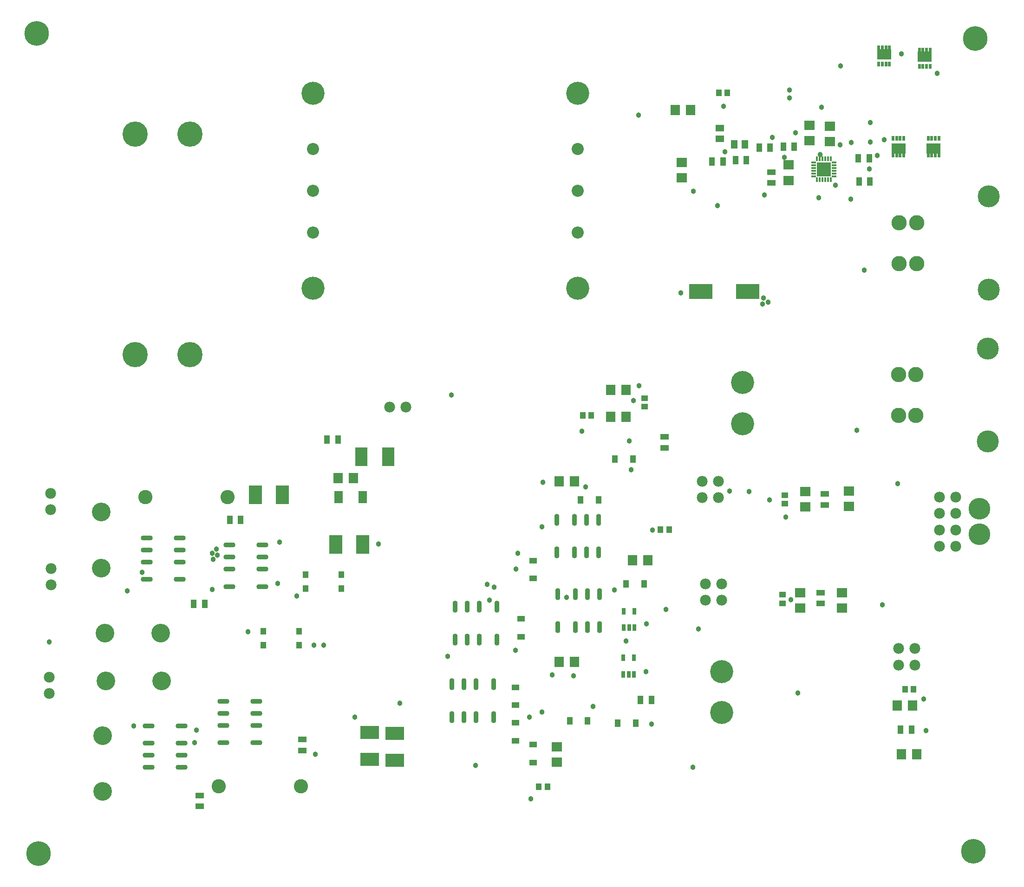
<source format=gts>
G04*
G04 #@! TF.GenerationSoftware,Altium Limited,Altium Designer,21.7.2 (23)*
G04*
G04 Layer_Color=8388736*
%FSLAX25Y25*%
%MOIN*%
G70*
G04*
G04 #@! TF.SameCoordinates,E30EF456-83D5-485C-94B1-8EC378115786*
G04*
G04*
G04 #@! TF.FilePolarity,Negative*
G04*
G01*
G75*
%ADD42R,0.02454X0.03556*%
%ADD43R,0.10131X0.07532*%
%ADD44C,0.03800*%
%ADD45O,0.03556X0.08674*%
%ADD46R,0.05603X0.04383*%
%ADD47R,0.04343X0.06115*%
%ADD48R,0.01784X0.03556*%
%ADD49R,0.10446X0.10446*%
%ADD50R,0.03556X0.01784*%
%ADD51R,0.07690X0.06509*%
%ADD52R,0.06509X0.07690*%
%ADD53R,0.13595X0.09461*%
%ADD54O,0.08674X0.03556*%
%ADD55R,0.09461X0.13595*%
%ADD56R,0.04383X0.05603*%
%ADD57R,0.06115X0.04343*%
%ADD58R,0.04343X0.04540*%
%ADD59R,0.04540X0.04343*%
%ADD60R,0.03162X0.04737*%
%ADD61R,0.08517X0.13202*%
%ADD62R,0.06312X0.09068*%
%ADD63R,0.03950X0.04737*%
%ADD64R,0.17139X0.10642*%
%ADD65R,0.04934X0.06312*%
%ADD66R,0.06312X0.04934*%
%ADD67C,0.07800*%
%ADD68C,0.10958*%
%ADD69C,0.15800*%
%ADD70C,0.16548*%
%ADD71C,0.08674*%
%ADD72C,0.13398*%
%ADD73C,0.10249*%
%ADD74C,0.18123*%
%ADD75C,0.15600*%
%ADD76C,0.17729*%
D42*
X659941Y-101083D02*
D03*
X662500D02*
D03*
X665059D02*
D03*
X667618D02*
D03*
Y-112894D02*
D03*
X665059D02*
D03*
X659941D02*
D03*
X662500D02*
D03*
X637303Y-112795D02*
D03*
X634744D02*
D03*
X639862D02*
D03*
X642421D02*
D03*
Y-100984D02*
D03*
X639862D02*
D03*
X637303D02*
D03*
X634744D02*
D03*
X661319Y-49409D02*
D03*
X658760D02*
D03*
X656201D02*
D03*
X653642D02*
D03*
Y-37598D02*
D03*
X656201D02*
D03*
X661319D02*
D03*
X658760D02*
D03*
X629626Y-35925D02*
D03*
X632185D02*
D03*
X627067D02*
D03*
X624508D02*
D03*
Y-47736D02*
D03*
X627067D02*
D03*
X629626D02*
D03*
X632185D02*
D03*
D43*
X663779Y-108268D02*
D03*
X638583Y-108169D02*
D03*
X657480Y-42224D02*
D03*
X628346Y-40551D02*
D03*
D44*
X618504Y-89764D02*
D03*
X508661Y-149213D02*
D03*
X451968Y-84252D02*
D03*
X560236Y-66142D02*
D03*
X556693Y-114567D02*
D03*
X491339Y-138976D02*
D03*
X604331Y-144488D02*
D03*
X604724Y-103937D02*
D03*
X608661Y-310630D02*
D03*
X638189Y-348819D02*
D03*
X597047Y-49016D02*
D03*
X614173Y-195669D02*
D03*
X566535Y-499213D02*
D03*
X564567Y-96850D02*
D03*
X335039Y-551181D02*
D03*
X192913Y-420472D02*
D03*
X343307Y-421260D02*
D03*
X194488Y-390945D02*
D03*
X225984Y-464961D02*
D03*
X314961Y-472835D02*
D03*
X317717Y-285433D02*
D03*
X531496Y-354724D02*
D03*
X490945Y-552756D02*
D03*
X85039Y-425984D02*
D03*
X627165Y-435827D02*
D03*
X494882Y-453150D02*
D03*
X280709Y-506693D02*
D03*
X29134Y-462598D02*
D03*
X617717Y-122835D02*
D03*
X623228Y-113386D02*
D03*
X666535Y-54331D02*
D03*
X618504Y-103543D02*
D03*
X628346Y-101969D02*
D03*
X512992Y-77953D02*
D03*
X461885Y-382366D02*
D03*
X445413Y-318110D02*
D03*
X446850Y-338976D02*
D03*
X448425Y-289370D02*
D03*
X95669Y-412598D02*
D03*
X540945Y-220079D02*
D03*
X541823Y-215445D02*
D03*
X149213Y-396063D02*
D03*
X149606Y-400394D02*
D03*
X146063Y-398819D02*
D03*
X146850Y-403150D02*
D03*
X640551Y-40157D02*
D03*
X344882Y-432677D02*
D03*
X348425Y-423228D02*
D03*
X363779Y-468504D02*
D03*
X548032Y-100394D02*
D03*
X560236Y-72047D02*
D03*
X482283Y-211811D02*
D03*
X582283Y-112598D02*
D03*
X596850Y-105512D02*
D03*
X581496Y-143701D02*
D03*
X593307Y-134646D02*
D03*
X514173Y-110630D02*
D03*
X583465Y-78740D02*
D03*
X542520Y-141732D02*
D03*
X171653Y-455118D02*
D03*
X265354Y-392126D02*
D03*
X133465Y-535039D02*
D03*
X220079Y-543307D02*
D03*
X89764Y-522835D02*
D03*
X146063Y-424803D02*
D03*
X134646Y-525984D02*
D03*
X248425Y-516535D02*
D03*
X206693Y-429528D02*
D03*
X365354Y-398819D02*
D03*
X434646Y-425197D02*
D03*
X471654Y-439370D02*
D03*
X658268Y-526378D02*
D03*
X544882Y-218504D02*
D03*
X452362Y-278740D02*
D03*
X442913Y-461811D02*
D03*
X374803Y-575197D02*
D03*
X382677Y-512992D02*
D03*
X419291Y-509055D02*
D03*
X390158Y-486221D02*
D03*
X218898Y-464961D02*
D03*
X656693Y-503543D02*
D03*
X457874Y-449606D02*
D03*
X561417Y-432283D02*
D03*
X546063Y-360630D02*
D03*
X557874Y-372835D02*
D03*
X517323Y-354331D02*
D03*
X411417Y-311417D02*
D03*
X414173Y-351181D02*
D03*
X383465Y-348031D02*
D03*
X382677Y-379921D02*
D03*
X364173Y-410236D02*
D03*
X400394Y-430709D02*
D03*
X461417Y-521654D02*
D03*
X457480Y-483858D02*
D03*
X405512Y-487008D02*
D03*
X373622Y-516535D02*
D03*
D45*
X348031Y-492913D02*
D03*
X335433D02*
D03*
X326772D02*
D03*
X318110D02*
D03*
X348031Y-516535D02*
D03*
X335433Y-516535D02*
D03*
X326772D02*
D03*
X318110D02*
D03*
X350394Y-437402D02*
D03*
X337795D02*
D03*
X329134D02*
D03*
X320472D02*
D03*
X350394Y-461024D02*
D03*
X337795Y-461024D02*
D03*
X329134D02*
D03*
X320472D02*
D03*
X423228Y-374803D02*
D03*
X414567D02*
D03*
X405905D02*
D03*
X393307Y-374803D02*
D03*
X423228Y-398425D02*
D03*
X414567D02*
D03*
X405905D02*
D03*
X393307D02*
D03*
X394094Y-451968D02*
D03*
X406693D02*
D03*
X415354D02*
D03*
X424016D02*
D03*
X394094Y-428346D02*
D03*
X406693Y-428346D02*
D03*
X415354D02*
D03*
X424016D02*
D03*
D46*
X363779Y-495118D02*
D03*
Y-508032D02*
D03*
X367717Y-445905D02*
D03*
Y-458819D02*
D03*
X376378Y-536299D02*
D03*
Y-549213D02*
D03*
Y-417087D02*
D03*
Y-404173D02*
D03*
X363779Y-520709D02*
D03*
Y-533622D02*
D03*
D47*
X555905Y-107087D02*
D03*
X563779D02*
D03*
X140551Y-435433D02*
D03*
X132677D02*
D03*
X504724Y-117717D02*
D03*
X512598D02*
D03*
X521654Y-116535D02*
D03*
X529528D02*
D03*
X617717Y-115354D02*
D03*
X609842D02*
D03*
X618110Y-131890D02*
D03*
X610236D02*
D03*
X546457Y-107480D02*
D03*
X538583D02*
D03*
X461417Y-504331D02*
D03*
X453543D02*
D03*
X158661Y-374803D02*
D03*
X166535D02*
D03*
X236221Y-317323D02*
D03*
X228346D02*
D03*
X648032Y-525541D02*
D03*
X640158D02*
D03*
D48*
X586024Y-130709D02*
D03*
X589961D02*
D03*
X582087D02*
D03*
X587992D02*
D03*
X584055D02*
D03*
X580118D02*
D03*
X586024Y-115748D02*
D03*
X584055D02*
D03*
X580118D02*
D03*
X582087D02*
D03*
X587992D02*
D03*
X589961D02*
D03*
D49*
X585039Y-123228D02*
D03*
D50*
X592520Y-118307D02*
D03*
Y-120276D02*
D03*
Y-122244D02*
D03*
Y-124213D02*
D03*
Y-126181D02*
D03*
Y-128150D02*
D03*
X577559D02*
D03*
Y-126181D02*
D03*
Y-124213D02*
D03*
Y-122244D02*
D03*
Y-120276D02*
D03*
Y-118307D02*
D03*
D51*
X559842Y-120079D02*
D03*
Y-131102D02*
D03*
X393307Y-548819D02*
D03*
Y-537795D02*
D03*
X589370Y-92126D02*
D03*
Y-103150D02*
D03*
X574803Y-91732D02*
D03*
Y-102756D02*
D03*
X603150Y-354331D02*
D03*
Y-365354D02*
D03*
X571654Y-365748D02*
D03*
Y-354724D02*
D03*
X568110Y-438189D02*
D03*
Y-427165D02*
D03*
X598032D02*
D03*
Y-438189D02*
D03*
X483071Y-118110D02*
D03*
Y-129134D02*
D03*
D52*
X478346Y-80709D02*
D03*
X489370D02*
D03*
X431890Y-300787D02*
D03*
X442913D02*
D03*
X394882Y-347244D02*
D03*
X405905D02*
D03*
Y-476772D02*
D03*
X394882D02*
D03*
X637795Y-508268D02*
D03*
X648819D02*
D03*
X640551Y-543307D02*
D03*
X651575D02*
D03*
X431890Y-281496D02*
D03*
X442913D02*
D03*
X458661Y-403937D02*
D03*
X447638D02*
D03*
X247244Y-344882D02*
D03*
X236221D02*
D03*
D53*
X259055Y-527756D02*
D03*
Y-547047D02*
D03*
X277165Y-547441D02*
D03*
Y-528150D02*
D03*
D54*
X124016Y-552756D02*
D03*
Y-544095D02*
D03*
Y-535433D02*
D03*
X124016Y-522835D02*
D03*
X100394Y-552756D02*
D03*
Y-544095D02*
D03*
Y-535433D02*
D03*
Y-522835D02*
D03*
X153937Y-505118D02*
D03*
Y-513779D02*
D03*
Y-522441D02*
D03*
X153937Y-535039D02*
D03*
X177559Y-505118D02*
D03*
Y-513779D02*
D03*
Y-522441D02*
D03*
Y-535039D02*
D03*
X158268Y-392913D02*
D03*
Y-401575D02*
D03*
Y-410236D02*
D03*
X158268Y-422835D02*
D03*
X181890Y-392913D02*
D03*
Y-401575D02*
D03*
Y-410236D02*
D03*
Y-422835D02*
D03*
X99213Y-387795D02*
D03*
Y-396457D02*
D03*
Y-405118D02*
D03*
X99213Y-417717D02*
D03*
X122835Y-387795D02*
D03*
Y-396457D02*
D03*
Y-405118D02*
D03*
Y-417717D02*
D03*
D55*
X196457Y-357087D02*
D03*
X177165D02*
D03*
X234842Y-392520D02*
D03*
X254134D02*
D03*
D56*
X455905Y-420866D02*
D03*
X442992D02*
D03*
X410472Y-360630D02*
D03*
X423386D02*
D03*
X437087Y-520866D02*
D03*
X450000D02*
D03*
X402598Y-519291D02*
D03*
X415512D02*
D03*
X448032Y-331102D02*
D03*
X435118D02*
D03*
D57*
X547244Y-125197D02*
D03*
Y-133071D02*
D03*
X470866Y-323228D02*
D03*
Y-315354D02*
D03*
X210630Y-540551D02*
D03*
Y-532677D02*
D03*
X585827Y-364173D02*
D03*
Y-356299D02*
D03*
X582677Y-435039D02*
D03*
Y-427165D02*
D03*
X137008Y-572835D02*
D03*
Y-580709D02*
D03*
D58*
X467815Y-381890D02*
D03*
X473917D02*
D03*
X411909Y-300000D02*
D03*
X418012D02*
D03*
X380512Y-566535D02*
D03*
X386614D02*
D03*
X643307Y-496457D02*
D03*
X649409D02*
D03*
X509547Y-68110D02*
D03*
X515650D02*
D03*
D59*
X456299Y-287598D02*
D03*
Y-293701D02*
D03*
X557087Y-357283D02*
D03*
Y-363386D02*
D03*
X555512Y-428740D02*
D03*
Y-434842D02*
D03*
D60*
X448622Y-485827D02*
D03*
X441142D02*
D03*
X448622Y-474016D02*
D03*
X441142D02*
D03*
X444882Y-485827D02*
D03*
X449016Y-452362D02*
D03*
X441535D02*
D03*
X449016Y-440551D02*
D03*
X441535D02*
D03*
X445276Y-452362D02*
D03*
D61*
X252933Y-329528D02*
D03*
X272264D02*
D03*
D62*
X236614Y-358661D02*
D03*
X253937D02*
D03*
D63*
X208465Y-464843D02*
D03*
Y-454843D02*
D03*
X182874Y-464843D02*
D03*
Y-454843D02*
D03*
X213189Y-414291D02*
D03*
Y-424291D02*
D03*
X238779Y-414291D02*
D03*
Y-424291D02*
D03*
D64*
X530217Y-211024D02*
D03*
X496555D02*
D03*
D65*
X520866Y-105118D02*
D03*
X528346D02*
D03*
D66*
X510236Y-93701D02*
D03*
Y-101181D02*
D03*
D67*
X29134Y-499606D02*
D03*
Y-487795D02*
D03*
X497649Y-359055D02*
D03*
Y-347255D02*
D03*
X509449Y-359055D02*
D03*
Y-347255D02*
D03*
X511800Y-420877D02*
D03*
Y-432677D02*
D03*
X500000Y-420877D02*
D03*
Y-432677D02*
D03*
X285039Y-294094D02*
D03*
X273228D02*
D03*
X638594Y-467323D02*
D03*
X650394D02*
D03*
X638594Y-479123D02*
D03*
X650394D02*
D03*
X29921Y-355906D02*
D03*
Y-367717D02*
D03*
X30315Y-421654D02*
D03*
Y-409842D02*
D03*
X668050Y-370333D02*
D03*
Y-358533D02*
D03*
X679850D02*
D03*
Y-370333D02*
D03*
Y-393933D02*
D03*
Y-382133D02*
D03*
X668050D02*
D03*
Y-393933D02*
D03*
D68*
X651575Y-161445D02*
D03*
X639055Y-190945D02*
D03*
Y-161445D02*
D03*
X651575Y-190945D02*
D03*
X651181Y-300000D02*
D03*
X638661Y-270500D02*
D03*
Y-300000D02*
D03*
X651181Y-270500D02*
D03*
D69*
X703268Y-142744D02*
D03*
Y-209646D02*
D03*
X702874Y-318701D02*
D03*
Y-251799D02*
D03*
D70*
X218307Y-68583D02*
D03*
Y-208583D02*
D03*
X408465Y-68583D02*
D03*
Y-208583D02*
D03*
X511811Y-513386D02*
D03*
Y-483858D02*
D03*
X526772Y-276378D02*
D03*
Y-305906D02*
D03*
D71*
X218307Y-108583D02*
D03*
Y-138583D02*
D03*
Y-168583D02*
D03*
X408465Y-108583D02*
D03*
Y-138583D02*
D03*
Y-168583D02*
D03*
D72*
X109843Y-490551D02*
D03*
X69685D02*
D03*
X66535Y-409449D02*
D03*
Y-369291D02*
D03*
X67323Y-529921D02*
D03*
Y-570079D02*
D03*
X109055Y-456299D02*
D03*
X68898D02*
D03*
D73*
X157087Y-358661D02*
D03*
X98032D02*
D03*
X150787Y-566142D02*
D03*
X209842D02*
D03*
D74*
X90551Y-98032D02*
D03*
X129921D02*
D03*
X90551Y-256299D02*
D03*
X129921D02*
D03*
D75*
X696850Y-366933D02*
D03*
Y-385433D02*
D03*
D76*
X21260Y-614567D02*
D03*
X692520Y-612992D02*
D03*
X20079Y-25591D02*
D03*
X693701Y-29134D02*
D03*
M02*

</source>
